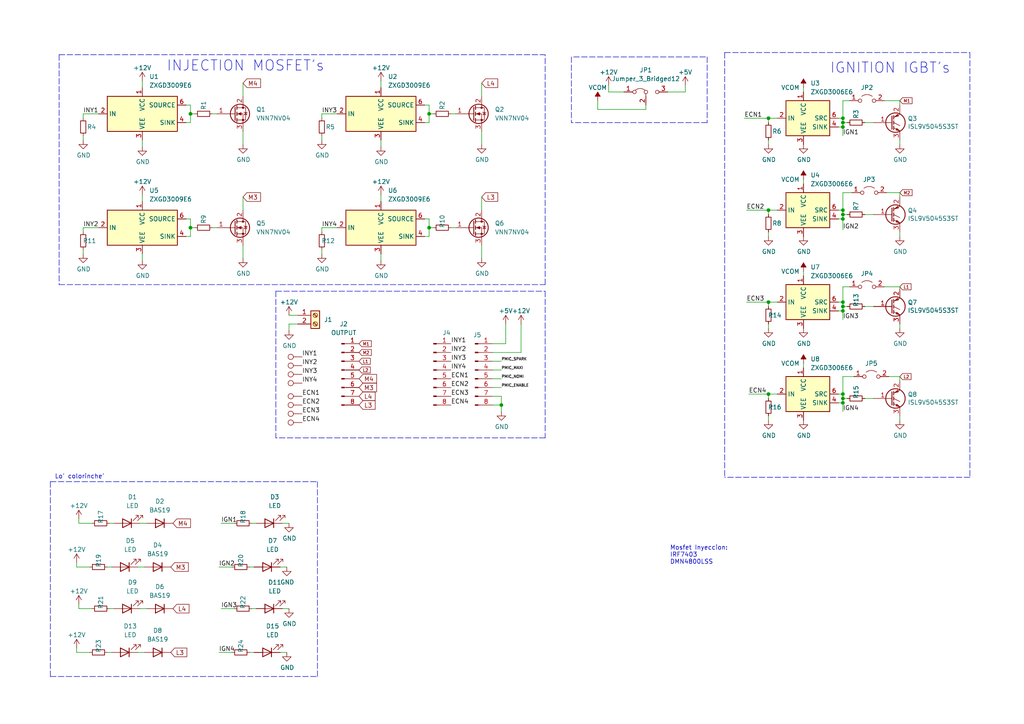
<source format=kicad_sch>
(kicad_sch (version 20211123) (generator eeschema)
  (paper "A4")
  (lib_symbols
    (symbol "Connector:Conn_01x08_Male" (pin_names (offset 1.016) hide)
      (property "Reference" "J" (at 0 10.16 0))
      (property "Value" "Conn_01x08_Male" (at 0 -12.7 0))
      (symbol "Conn_01x08_Male_1_1"
        (pin passive line (at 5.08 7.62 180) (length 3.81) (name "Pin_1") (number "1"))
        (pin passive line (at 5.08 5.08 180) (length 3.81) (name "Pin_2") (number "2"))
        (pin passive line (at 5.08 2.54 180) (length 3.81) (name "Pin_3") (number "3"))
        (pin passive line (at 5.08 0 180) (length 3.81) (name "Pin_4") (number "4"))
        (pin passive line (at 5.08 -2.54 180) (length 3.81) (name "Pin_5") (number "5"))
        (pin passive line (at 5.08 -5.08 180) (length 3.81) (name "Pin_6") (number "6"))
        (pin passive line (at 5.08 -7.62 180) (length 3.81) (name "Pin_7") (number "7"))
        (pin passive line (at 5.08 -10.16 180) (length 3.81) (name "Pin_8") (number "8"))
      )
    )
    (symbol "Connector:Screw_Terminal_01x02" (pin_names (offset 1.016) hide)
      (property "Reference" "J" (at 0 2.54 0))
      (property "Value" "Screw_Terminal_01x02" (at 0 -5.08 0))
      (symbol "Screw_Terminal_01x02_1_1"
        (pin passive line (at -5.08 0 0) (length 3.81) (name "Pin_1") (number "1"))
        (pin passive line (at -5.08 -2.54 0) (length 3.81) (name "Pin_2") (number "2"))
      )
    )
    (symbol "Connector:TestPoint" (pin_numbers hide) (pin_names (offset 0.762) hide)
      (property "Reference" "TP" (at 0 6.858 0))
      (property "Value" "TestPoint" (at 0 5.08 0))
      (symbol "TestPoint_1_1"
        (pin passive line (at 0 0 90) (length 2.54) (name "1") (number "1"))
      )
    )
    (symbol "Device:LED" (pin_numbers hide) (pin_names (offset 1.016) hide)
      (property "Reference" "D" (at 0 2.54 0))
      (property "Value" "LED" (at 0 -2.54 0))
      (symbol "LED_1_1"
        (pin passive line (at -3.81 0 0) (length 2.54) (name "K") (number "1"))
        (pin passive line (at 3.81 0 180) (length 2.54) (name "A") (number "2"))
      )
    )
    (symbol "Device:Q_NIGBT_GCE" (pin_names (offset 0) hide)
      (property "Reference" "Q" (at 5.08 1.27 0))
      (property "Value" "Q_NIGBT_GCE" (at 5.08 -1.27 0))
      (symbol "Q_NIGBT_GCE_1_1"
        (pin input line (at -5.08 0 0) (length 5.334) (name "G") (number "1"))
        (pin passive line (at 2.54 5.08 270) (length 2.54) (name "C") (number "2"))
        (pin passive line (at 2.54 -5.08 90) (length 2.54) (name "E") (number "3"))
      )
    )
    (symbol "Device:R_Small" (pin_numbers hide) (pin_names (offset 0.254) hide)
      (property "Reference" "R" (at 0.762 0.508 0))
      (property "Value" "R_Small" (at 0.762 -1.016 0))
      (symbol "R_Small_1_1"
        (pin passive line (at 0 2.54 270) (length 0.762) (name "~") (number "1"))
        (pin passive line (at 0 -2.54 90) (length 0.762) (name "~") (number "2"))
      )
    )
    (symbol "Diode:BAS19" (pin_numbers hide) (pin_names hide)
      (property "Reference" "D" (at 0 2.54 0))
      (property "Value" "BAS19" (at 0 -2.54 0))
      (symbol "BAS19_1_1"
        (pin passive line (at 3.81 0 180) (length 2.54) (name "A") (number "1"))
        (pin no_connect line (at -1.27 0 0) (length 2.54) hide (name "NC") (number "2"))
        (pin passive line (at -3.81 0 0) (length 2.54) (name "K") (number "3"))
      )
    )
    (symbol "Driver_FET:ZXGD3006E6"
      (property "Reference" "U" (at 2.54 8.89 0))
      (property "Value" "ZXGD3006E6" (at 2.54 6.35 0))
      (symbol "ZXGD3006E6_1_1"
        (pin power_in line (at 0 7.62 270) (length 2.54) (name "VCC") (number "1"))
        (pin input line (at -7.62 0 0) (length 2.54) (name "IN") (number "2"))
        (pin power_in line (at 0 -7.62 90) (length 2.54) (name "VEE") (number "3"))
        (pin open_collector line (at 10.16 -2.54 180) (length 2.54) (name "SINK") (number "4"))
        (pin no_connect line (at 7.62 2.54 180) (length 2.54) hide (name "NC") (number "5"))
        (pin open_emitter line (at 10.16 0 180) (length 2.54) (name "SRC") (number "6"))
      )
    )
    (symbol "Driver_FET:ZXGD3009E6"
      (property "Reference" "U" (at -8.89 6.35 0))
      (property "Value" "ZXGD3009E6" (at 10.16 -7.62 0))
      (symbol "ZXGD3009E6_1_1"
        (pin power_in line (at 0 7.62 270) (length 2.54) (name "VCC") (number "1"))
        (pin input line (at -12.7 0 0) (length 2.54) (name "IN") (number "2"))
        (pin power_in line (at 0 -7.62 90) (length 2.54) (name "VEE") (number "3"))
        (pin open_collector line (at 12.7 -2.54 180) (length 2.54) (name "SINK") (number "4"))
        (pin no_connect line (at 10.16 0 180) (length 2.54) hide (name "NC") (number "5"))
        (pin open_emitter line (at 12.7 2.54 180) (length 2.54) (name "SOURCE") (number "6"))
      )
    )
    (symbol "Jumper:Jumper_2_Open" (pin_names (offset 0) hide)
      (property "Reference" "JP" (at 0 2.794 0))
      (property "Value" "Jumper_2_Open" (at 0 -2.286 0))
      (symbol "Jumper_2_Open_1_1"
        (pin passive line (at -5.08 0 0) (length 2.54) (name "A") (number "1"))
        (pin passive line (at 5.08 0 180) (length 2.54) (name "B") (number "2"))
      )
    )
    (symbol "Jumper:Jumper_3_Bridged12" (pin_names (offset 0) hide)
      (property "Reference" "JP" (at -2.54 -2.54 0))
      (property "Value" "Jumper_3_Bridged12" (at 0 2.794 0))
      (symbol "Jumper_3_Bridged12_1_1"
        (pin passive line (at -6.35 0 0) (length 2.54) (name "A") (number "1"))
        (pin passive line (at 0 -3.81 90) (length 2.54) (name "C") (number "2"))
        (pin passive line (at 6.35 0 180) (length 2.54) (name "B") (number "3"))
      )
    )
    (symbol "Transistor_FET:STD7NK40Z" (pin_names hide)
      (property "Reference" "Q" (at 5.08 1.905 0))
      (property "Value" "STD7NK40Z" (at 5.08 0 0))
      (symbol "STD7NK40Z_1_1"
        (pin passive line (at -5.08 0 0) (length 2.54) (name "G") (number "1"))
        (pin passive line (at 2.54 5.08 270) (length 2.54) (name "D") (number "2"))
        (pin passive line (at 2.54 -5.08 90) (length 2.54) (name "S") (number "3"))
      )
    )
    (symbol "power:+12V" (power) (pin_names (offset 0))
      (property "Value" "+12V" (at 0 3.556 0))
      (symbol "+12V_1_1"
        (pin power_in line (at 0 0 90) (length 0) hide (name "+12V") (number "1"))
      )
    )
    (symbol "power:+5V" (power) (pin_names (offset 0))
      (property "Value" "+5V" (at 0 3.556 0))
      (symbol "+5V_1_1"
        (pin power_in line (at 0 0 90) (length 0) hide (name "+5V") (number "1"))
      )
    )
    (symbol "power:GND" (power) (pin_names (offset 0))
      (property "Value" "GND" (at 0 -3.81 0))
      (symbol "GND_1_1"
        (pin power_in line (at 0 0 270) (length 0) hide (name "GND") (number "1"))
      )
    )
    (symbol "power:VCOM" (power) (pin_names (offset 0))
      (property "Value" "VCOM" (at 0 3.81 0))
      (symbol "VCOM_1_1"
        (pin power_in line (at 0 0 90) (length 0) hide (name "VCOM") (number "1"))
      )
    )
  )
  (junction (at 222.885 34.29))
  (junction (at 55.245 33.02))
  (junction (at 244.475 36.83))
  (junction (at 244.475 60.96))
  (junction (at 244.475 88.9))
  (junction (at 244.475 90.17))
  (junction (at 55.245 66.04))
  (junction (at 222.885 87.63))
  (junction (at 124.46 33.02))
  (junction (at 244.475 87.63))
  (junction (at 244.475 115.57))
  (junction (at 124.46 66.04))
  (junction (at 244.475 35.56))
  (junction (at 244.475 34.29))
  (junction (at 244.475 114.3))
  (junction (at 244.475 116.84))
  (junction (at 222.885 60.96))
  (junction (at 244.475 63.5))
  (junction (at 244.475 62.23))
  (junction (at 222.885 114.3))
  (junction (at 145.415 117.475))
  (wire (pts (xy 222.885 87.63) (xy 225.425 87.63)))
  (wire (pts (xy 244.475 114.3) (xy 243.205 114.3)))
  (wire (pts (xy 243.205 63.5) (xy 244.475 63.5)))
  (polyline (pts (xy 158.115 127) (xy 80.01 127)))
  (polyline (pts (xy 17.145 15.875) (xy 17.145 82.55)))
  (wire (pts (xy 247.65 109.22) (xy 244.475 109.22)))
  (wire (pts (xy 55.245 68.58) (xy 55.245 66.04)))
  (wire (pts (xy 124.46 68.58) (xy 124.46 66.04)))
  (wire (pts (xy 139.7 71.12) (xy 139.7 74.93)))
  (wire (pts (xy 173.355 31.75) (xy 187.325 31.75)))
  (wire (pts (xy 142.875 114.935) (xy 145.415 114.935)))
  (polyline (pts (xy 80.01 84.455) (xy 158.115 84.455)))
  (wire (pts (xy 110.49 40.64) (xy 110.49 42.545)))
  (wire (pts (xy 260.985 109.22) (xy 260.985 110.49)))
  (wire (pts (xy 244.475 55.88) (xy 244.475 60.96)))
  (wire (pts (xy 124.46 35.56) (xy 124.46 33.02)))
  (wire (pts (xy 151.13 93.98) (xy 151.13 102.235)))
  (wire (pts (xy 244.475 36.83) (xy 244.475 35.56)))
  (wire (pts (xy 67.945 176.53) (xy 64.135 176.53)))
  (wire (pts (xy 222.885 67.31) (xy 222.885 68.58)))
  (wire (pts (xy 244.475 109.22) (xy 244.475 114.3)))
  (wire (pts (xy 142.875 104.775) (xy 145.415 104.775)))
  (wire (pts (xy 142.875 109.855) (xy 145.415 109.855)))
  (wire (pts (xy 124.46 30.48) (xy 124.46 33.02)))
  (wire (pts (xy 245.745 115.57) (xy 244.475 115.57)))
  (wire (pts (xy 40.005 164.465) (xy 41.91 164.465)))
  (wire (pts (xy 31.75 176.53) (xy 33.02 176.53)))
  (wire (pts (xy 244.475 88.9) (xy 244.475 87.63)))
  (wire (pts (xy 26.035 164.465) (xy 22.225 164.465)))
  (polyline (pts (xy 165.735 16.51) (xy 165.735 35.56)))
  (wire (pts (xy 142.875 107.315) (xy 145.415 107.315)))
  (polyline (pts (xy 158.115 84.455) (xy 158.115 127)))
  (polyline (pts (xy 14.605 139.7) (xy 92.075 139.7)))
  (wire (pts (xy 22.86 151.765) (xy 22.86 150.495)))
  (wire (pts (xy 142.875 112.395) (xy 145.415 112.395)))
  (wire (pts (xy 260.985 55.88) (xy 260.985 57.15)))
  (wire (pts (xy 244.475 90.17) (xy 244.475 92.71)))
  (wire (pts (xy 260.985 40.64) (xy 260.985 41.91)))
  (wire (pts (xy 83.82 93.98) (xy 86.36 93.98)))
  (wire (pts (xy 41.275 40.64) (xy 41.275 42.545)))
  (wire (pts (xy 93.345 72.39) (xy 93.345 73.66)))
  (wire (pts (xy 250.825 35.56) (xy 253.365 35.56)))
  (wire (pts (xy 67.31 189.23) (xy 63.5 189.23)))
  (wire (pts (xy 53.975 35.56) (xy 55.245 35.56)))
  (wire (pts (xy 260.985 93.98) (xy 260.985 95.25)))
  (wire (pts (xy 124.46 63.5) (xy 124.46 66.04)))
  (polyline (pts (xy 210.185 15.24) (xy 281.305 15.24)))
  (wire (pts (xy 139.7 57.15) (xy 139.7 60.96)))
  (wire (pts (xy 222.885 35.56) (xy 222.885 34.29)))
  (wire (pts (xy 244.475 90.17) (xy 244.475 88.9)))
  (wire (pts (xy 110.49 73.66) (xy 110.49 75.565)))
  (wire (pts (xy 142.875 102.235) (xy 151.13 102.235)))
  (polyline (pts (xy 80.01 84.455) (xy 80.01 127)))
  (wire (pts (xy 81.28 164.465) (xy 83.185 164.465)))
  (wire (pts (xy 22.86 176.53) (xy 22.86 175.26)))
  (wire (pts (xy 173.355 29.21) (xy 173.355 31.75)))
  (wire (pts (xy 55.245 30.48) (xy 55.245 33.02)))
  (polyline (pts (xy 281.305 15.24) (xy 281.305 138.43)))
  (wire (pts (xy 257.81 109.22) (xy 260.985 109.22)))
  (wire (pts (xy 93.345 67.31) (xy 93.345 66.04)))
  (wire (pts (xy 243.205 36.83) (xy 244.475 36.83)))
  (wire (pts (xy 55.245 33.02) (xy 56.515 33.02)))
  (wire (pts (xy 176.53 24.765) (xy 176.53 26.67)))
  (wire (pts (xy 67.945 151.765) (xy 64.135 151.765)))
  (wire (pts (xy 41.275 73.66) (xy 41.275 75.565)))
  (wire (pts (xy 123.19 63.5) (xy 124.46 63.5)))
  (wire (pts (xy 70.485 57.15) (xy 70.485 60.96)))
  (wire (pts (xy 73.025 151.765) (xy 74.295 151.765)))
  (wire (pts (xy 244.475 62.23) (xy 244.475 60.96)))
  (wire (pts (xy 93.345 33.02) (xy 97.79 33.02)))
  (polyline (pts (xy 205.105 35.56) (xy 165.735 35.56)))
  (wire (pts (xy 67.31 164.465) (xy 63.5 164.465)))
  (wire (pts (xy 110.49 23.495) (xy 110.49 25.4)))
  (wire (pts (xy 250.825 62.23) (xy 253.365 62.23)))
  (wire (pts (xy 24.13 33.02) (xy 28.575 33.02)))
  (wire (pts (xy 176.53 26.67) (xy 180.975 26.67)))
  (polyline (pts (xy 210.185 15.24) (xy 210.185 138.43)))
  (polyline (pts (xy 158.115 82.55) (xy 158.115 15.875)))
  (wire (pts (xy 83.82 91.44) (xy 86.36 91.44)))
  (wire (pts (xy 41.275 56.515) (xy 41.275 58.42)))
  (wire (pts (xy 243.205 116.84) (xy 244.475 116.84)))
  (wire (pts (xy 40.64 151.765) (xy 42.545 151.765)))
  (wire (pts (xy 55.245 35.56) (xy 55.245 33.02)))
  (wire (pts (xy 123.19 30.48) (xy 124.46 30.48)))
  (wire (pts (xy 256.54 83.185) (xy 260.985 83.185)))
  (wire (pts (xy 243.205 90.17) (xy 244.475 90.17)))
  (wire (pts (xy 22.225 164.465) (xy 22.225 163.195)))
  (wire (pts (xy 233.045 105.41) (xy 233.045 106.68)))
  (wire (pts (xy 217.17 114.3) (xy 222.885 114.3)))
  (wire (pts (xy 256.54 29.21) (xy 260.985 29.21)))
  (wire (pts (xy 130.81 66.04) (xy 132.08 66.04)))
  (wire (pts (xy 40.005 189.23) (xy 41.91 189.23)))
  (wire (pts (xy 245.745 62.23) (xy 244.475 62.23)))
  (wire (pts (xy 187.325 31.75) (xy 187.325 30.48)))
  (polyline (pts (xy 14.605 196.215) (xy 92.075 196.215)))
  (wire (pts (xy 81.915 176.53) (xy 83.82 176.53)))
  (wire (pts (xy 31.75 151.765) (xy 33.02 151.765)))
  (wire (pts (xy 244.475 34.29) (xy 243.205 34.29)))
  (wire (pts (xy 53.975 63.5) (xy 55.245 63.5)))
  (wire (pts (xy 244.475 35.56) (xy 244.475 34.29)))
  (wire (pts (xy 124.46 33.02) (xy 125.73 33.02)))
  (wire (pts (xy 24.13 66.04) (xy 28.575 66.04)))
  (wire (pts (xy 31.115 189.23) (xy 32.385 189.23)))
  (wire (pts (xy 247.015 55.88) (xy 244.475 55.88)))
  (wire (pts (xy 260.985 29.21) (xy 260.985 30.48)))
  (wire (pts (xy 260.985 67.31) (xy 260.985 68.58)))
  (wire (pts (xy 244.475 36.83) (xy 244.475 39.37)))
  (wire (pts (xy 245.745 35.56) (xy 244.475 35.56)))
  (wire (pts (xy 124.46 66.04) (xy 125.73 66.04)))
  (wire (pts (xy 233.045 52.07) (xy 233.045 53.34)))
  (wire (pts (xy 222.885 115.57) (xy 222.885 114.3)))
  (wire (pts (xy 146.685 99.695) (xy 146.685 93.98)))
  (wire (pts (xy 93.345 66.04) (xy 97.79 66.04)))
  (wire (pts (xy 244.475 63.5) (xy 244.475 62.23)))
  (wire (pts (xy 142.875 99.695) (xy 146.685 99.695)))
  (polyline (pts (xy 92.075 196.215) (xy 92.075 139.7)))
  (wire (pts (xy 244.475 63.5) (xy 244.475 66.675)))
  (wire (pts (xy 246.38 29.21) (xy 244.475 29.21)))
  (wire (pts (xy 110.49 56.515) (xy 110.49 58.42)))
  (wire (pts (xy 222.885 120.65) (xy 222.885 121.92)))
  (wire (pts (xy 72.39 164.465) (xy 73.66 164.465)))
  (wire (pts (xy 139.7 38.1) (xy 139.7 41.91)))
  (wire (pts (xy 222.885 34.29) (xy 225.425 34.29)))
  (wire (pts (xy 40.64 176.53) (xy 42.545 176.53)))
  (wire (pts (xy 250.825 115.57) (xy 253.365 115.57)))
  (wire (pts (xy 123.19 68.58) (xy 124.46 68.58)))
  (wire (pts (xy 26.035 189.23) (xy 22.225 189.23)))
  (wire (pts (xy 257.175 55.88) (xy 260.985 55.88)))
  (wire (pts (xy 245.745 88.9) (xy 244.475 88.9)))
  (polyline (pts (xy 17.145 82.55) (xy 158.115 82.55)))
  (wire (pts (xy 61.595 33.02) (xy 62.865 33.02)))
  (wire (pts (xy 246.38 83.185) (xy 244.475 83.185)))
  (wire (pts (xy 244.475 83.185) (xy 244.475 87.63)))
  (wire (pts (xy 250.825 88.9) (xy 253.365 88.9)))
  (wire (pts (xy 222.885 40.64) (xy 222.885 41.91)))
  (wire (pts (xy 145.415 117.475) (xy 145.415 119.38)))
  (wire (pts (xy 93.345 39.37) (xy 93.345 40.64)))
  (wire (pts (xy 215.9 34.29) (xy 222.885 34.29)))
  (wire (pts (xy 198.755 26.67) (xy 193.675 26.67)))
  (polyline (pts (xy 205.105 16.51) (xy 205.105 35.56)))
  (wire (pts (xy 83.82 95.885) (xy 83.82 93.98)))
  (wire (pts (xy 216.535 87.63) (xy 222.885 87.63)))
  (wire (pts (xy 222.885 93.98) (xy 222.885 95.25)))
  (wire (pts (xy 222.885 114.3) (xy 225.425 114.3)))
  (wire (pts (xy 260.985 120.65) (xy 260.985 121.92)))
  (wire (pts (xy 244.475 115.57) (xy 244.475 114.3)))
  (wire (pts (xy 130.81 33.02) (xy 132.08 33.02)))
  (wire (pts (xy 145.415 114.935) (xy 145.415 117.475)))
  (wire (pts (xy 216.535 60.96) (xy 222.885 60.96)))
  (wire (pts (xy 26.67 151.765) (xy 22.86 151.765)))
  (wire (pts (xy 222.885 62.23) (xy 222.885 60.96)))
  (wire (pts (xy 24.13 34.29) (xy 24.13 33.02)))
  (wire (pts (xy 61.595 66.04) (xy 62.865 66.04)))
  (wire (pts (xy 244.475 29.21) (xy 244.475 34.29)))
  (wire (pts (xy 24.13 72.39) (xy 24.13 73.66)))
  (wire (pts (xy 222.885 88.9) (xy 222.885 87.63)))
  (wire (pts (xy 70.485 71.12) (xy 70.485 74.93)))
  (wire (pts (xy 24.13 67.31) (xy 24.13 66.04)))
  (polyline (pts (xy 281.305 138.43) (xy 210.185 138.43)))
  (wire (pts (xy 72.39 189.23) (xy 73.66 189.23)))
  (wire (pts (xy 139.7 24.13) (xy 139.7 27.94)))
  (wire (pts (xy 244.475 116.84) (xy 244.475 119.38)))
  (polyline (pts (xy 166.37 16.51) (xy 205.105 16.51)))
  (wire (pts (xy 244.475 116.84) (xy 244.475 115.57)))
  (wire (pts (xy 24.13 39.37) (xy 24.13 40.64)))
  (wire (pts (xy 244.475 87.63) (xy 243.205 87.63)))
  (wire (pts (xy 222.885 60.96) (xy 225.425 60.96)))
  (wire (pts (xy 53.975 30.48) (xy 55.245 30.48)))
  (wire (pts (xy 22.225 189.23) (xy 22.225 187.96)))
  (wire (pts (xy 70.485 38.1) (xy 70.485 41.91)))
  (wire (pts (xy 93.345 34.29) (xy 93.345 33.02)))
  (wire (pts (xy 244.475 60.96) (xy 243.205 60.96)))
  (wire (pts (xy 73.025 176.53) (xy 74.295 176.53)))
  (wire (pts (xy 31.115 164.465) (xy 32.385 164.465)))
  (wire (pts (xy 41.275 23.495) (xy 41.275 25.4)))
  (wire (pts (xy 198.755 24.765) (xy 198.755 26.67)))
  (wire (pts (xy 142.875 117.475) (xy 145.415 117.475)))
  (wire (pts (xy 70.485 24.13) (xy 70.485 27.94)))
  (wire (pts (xy 81.915 151.765) (xy 83.82 151.765)))
  (wire (pts (xy 55.245 66.04) (xy 56.515 66.04)))
  (polyline (pts (xy 17.145 15.875) (xy 158.115 15.875)))
  (wire (pts (xy 53.975 68.58) (xy 55.245 68.58)))
  (wire (pts (xy 81.28 189.23) (xy 83.185 189.23)))
  (wire (pts (xy 233.045 25.4) (xy 233.045 26.67)))
  (wire (pts (xy 123.19 35.56) (xy 124.46 35.56)))
  (wire (pts (xy 233.045 78.74) (xy 233.045 80.01)))
  (wire (pts (xy 55.245 63.5) (xy 55.245 66.04)))
  (wire (pts (xy 260.985 83.185) (xy 260.985 83.82)))
  (wire (pts (xy 26.67 176.53) (xy 22.86 176.53)))
  (polyline (pts (xy 14.605 139.7) (xy 14.605 196.215)))
  (text "Lo' colorinche'" (at 15.875 139.065 0) (effects (font (size 1.27 1.27)) (justify left bottom)))
  (text "IGNITION IGBT's" (at 240.665 21.59 0) (effects (font (size 3 3)) (justify left bottom)))
  (text "INJECTION MOSFET's" (at 48.26 20.955 0) (effects (font (size 3 3)) (justify left bottom)))
  (text "Mosfet Inyeccion:\nIRF7403\nDMN4800LSS" (at 194.31 163.83 0) (effects (font (size 1.27 1.27)) (justify left bottom)))
  (label "INY3" (at 93.345 33.02 0))
  (label "INY1" (at 130.81 99.695 0))
  (label "INY4" (at 93.345 66.04 0))
  (label "IGN4" (at 244.475 119.38 0))
  (label "ECN4" (at 87.63 122.555 0))
  (label "INY4" (at 87.63 111.125 0))
  (label "ECN1" (at 130.81 109.855 0))
  (label "INY1" (at 87.63 103.505 0))
  (label "ECN2" (at 87.63 117.475 0))
  (label "ECN1" (at 215.9 34.29 0))
  (label "INY3" (at 87.63 108.585 0))
  (label "IGN3" (at 64.135 176.53 0))
  (label "ECN2" (at 130.81 112.395 0))
  (label "ECN3" (at 87.63 120.015 0))
  (label "IGN1" (at 244.475 39.37 0))
  (label "INY2" (at 24.13 66.04 0))
  (label "PMIC_ENABLE" (at 145.415 112.395 0) (effects (font (size 0.7874 0.7874))))
  (label "ECN2" (at 216.535 60.96 0))
  (label "INY2" (at 87.63 106.045 0))
  (label "ECN4" (at 130.81 117.475 0))
  (label "IGN2" (at 63.5 164.465 0))
  (label "INY2" (at 130.81 102.235 0))
  (label "PMIC_MAXI" (at 145.415 107.315 0) (effects (font (size 0.7874 0.7874))))
  (label "ECN3" (at 130.81 114.935 0))
  (label "INY4" (at 130.81 107.315 0))
  (label "INY3" (at 130.81 104.775 0))
  (label "ECN1" (at 87.63 114.935 0))
  (label "ECN4" (at 217.17 114.3 0))
  (label "PMIC_NOMI" (at 145.415 109.855 0) (effects (font (size 0.7874 0.7874))))
  (label "IGN3" (at 244.475 92.71 0))
  (label "ECN3" (at 216.535 87.63 0))
  (label "IGN4" (at 63.5 189.23 0))
  (label "IGN1" (at 64.135 151.765 0))
  (label "PMIC_SPARK" (at 145.415 104.775 0) (effects (font (size 0.7874 0.7874))))
  (label "INY1" (at 24.13 33.02 0))
  (label "IGN2" (at 244.475 66.675 0))
  (global_label "M4" (shape input) (at 50.165 151.765 0) (property "Intersheet References" "${INTERSHEET_REFS}" (effects hide)))
  (global_label "L2" (shape input) (at 260.985 109.22 0) (effects (font (size 0.889 0.889))) (property "Intersheet References" "${INTERSHEET_REFS}" (effects hide)))
  (global_label "M4" (shape input) (at 104.14 109.855 0) (property "Intersheet References" "${INTERSHEET_REFS}" (effects hide)))
  (global_label "M3" (shape input) (at 104.14 112.395 0) (property "Intersheet References" "${INTERSHEET_REFS}" (effects hide)))
  (global_label "M2" (shape input) (at 260.985 55.88 0) (effects (font (size 0.889 0.889))) (property "Intersheet References" "${INTERSHEET_REFS}" (effects hide)))
  (global_label "L3" (shape input) (at 104.14 117.475 0) (property "Intersheet References" "${INTERSHEET_REFS}" (effects hide)))
  (global_label "M1" (shape input) (at 104.14 99.695 0) (effects (font (size 0.889 0.889))) (property "Intersheet References" "${INTERSHEET_REFS}" (effects hide)))
  (global_label "L4" (shape input) (at 50.165 176.53 0) (property "Intersheet References" "${INTERSHEET_REFS}" (effects hide)))
  (global_label "L3" (shape input) (at 139.7 57.15 0) (property "Intersheet References" "${INTERSHEET_REFS}" (effects hide)))
  (global_label "L3" (shape input) (at 49.53 189.23 0) (property "Intersheet References" "${INTERSHEET_REFS}" (effects hide)))
  (global_label "M3" (shape input) (at 70.485 57.15 0) (property "Intersheet References" "${INTERSHEET_REFS}" (effects hide)))
  (global_label "M1" (shape input) (at 260.985 29.21 0) (effects (font (size 0.889 0.889))) (property "Intersheet References" "${INTERSHEET_REFS}" (effects hide)))
  (global_label "L1" (shape input) (at 104.14 104.775 0) (effects (font (size 0.889 0.889))) (property "Intersheet References" "${INTERSHEET_REFS}" (effects hide)))
  (global_label "M4" (shape input) (at 70.485 24.13 0) (property "Intersheet References" "${INTERSHEET_REFS}" (effects hide)))
  (global_label "M3" (shape input) (at 49.53 164.465 0) (property "Intersheet References" "${INTERSHEET_REFS}" (effects hide)))
  (global_label "L1" (shape input) (at 260.985 83.185 0) (effects (font (size 0.889 0.889))) (property "Intersheet References" "${INTERSHEET_REFS}" (effects hide)))
  (global_label "L4" (shape input) (at 104.14 114.935 0) (property "Intersheet References" "${INTERSHEET_REFS}" (effects hide)))
  (global_label "L4" (shape input) (at 139.7 24.13 0) (property "Intersheet References" "${INTERSHEET_REFS}" (effects hide)))
  (global_label "L2" (shape input) (at 104.14 107.315 0) (effects (font (size 0.889 0.889))) (property "Intersheet References" "${INTERSHEET_REFS}" (effects hide)))
  (global_label "M2" (shape input) (at 104.14 102.235 0) (effects (font (size 0.889 0.889))) (property "Intersheet References" "${INTERSHEET_REFS}" (effects hide)))
  (symbol (lib_id "power:GND") (at 222.885 68.58 0) (unit 1)
    (property "Reference" "#PWR019" (effects hide))
    (property "Value" "GND" (at 223.012 72.9742 0))
  )
  (symbol (lib_id "power:GND") (at 260.985 95.25 0) (unit 1)
    (property "Reference" "#PWR034" (effects hide))
    (property "Value" "GND" (at 261.112 99.6442 0))
  )
  (symbol (lib_id "Transistor_FET:STD7NK40Z") (at 67.945 66.04 0) (unit 1)
    (property "Reference" "Q5" (at 74.295 64.7699 0) (effects (justify left)))
    (property "Value" "VNN7NV04" (at 74.295 67.3099 0) (effects (justify left)))
    (property "Footprint" "Package_TO_SOT_SMD:TO-252-2" (effects hide))
    (property "Datasheet" "https://datasheet.lcsc.com/lcsc/2212301209_STMicroelectronics-VND7NV04-E_C5339302.pdf" (effects hide))
    (property "LCSC" "C155605" (effects hide))
  )
  (symbol (lib_id "Device:LED") (at 78.105 176.53 180) (unit 1)
    (property "Reference" "D11" (at 79.6925 168.91 0))
    (property "Value" "LED" (at 79.6925 171.45 0))
    (property "Footprint" "LED_SMD:LED_0603_1608Metric" (effects hide))
  )
  (symbol (lib_id "Jumper:Jumper_3_Bridged12") (at 187.325 26.67 0) (unit 1)
    (property "Reference" "JP1" (at 187.325 20.32 0))
    (property "Value" "Jumper_3_Bridged12" (at 187.325 22.86 0))
    (property "Footprint" "Connector_PinHeader_2.54mm:PinHeader_1x03_P2.54mm_Vertical" (effects hide))
  )
  (symbol (lib_id "power:+12V") (at 22.86 175.26 0) (unit 1)
    (property "Reference" "#PWR048" (effects hide))
    (property "Value" "+12V" (at 22.86 171.45 0))
  )
  (symbol (lib_id "Connector:TestPoint") (at 87.63 111.125 90) (unit 1)
    (property "Reference" "TP4" (effects hide))
    (property "Value" "TestPoint" (effects hide))
    (property "Footprint" "TestPoint:TestPoint_Pad_1.0x1.0mm" (effects hide))
  )
  (symbol (lib_id "power:GND") (at 83.185 189.23 0) (unit 1)
    (property "Reference" "#PWR051" (effects hide))
    (property "Value" "GND" (at 83.312 193.6242 0))
  )
  (symbol (lib_id "Transistor_FET:STD7NK40Z") (at 137.16 66.04 0) (unit 1)
    (property "Reference" "Q6" (at 143.51 64.7699 0) (effects (justify left)))
    (property "Value" "VNN7NV04" (at 143.51 67.3099 0) (effects (justify left)))
    (property "Footprint" "Package_TO_SOT_SMD:TO-252-2" (effects hide))
    (property "Datasheet" "https://datasheet.lcsc.com/lcsc/2212301209_STMicroelectronics-VND7NV04-E_C5339302.pdf" (effects hide))
    (property "LCSC" "C155605" (effects hide))
  )
  (symbol (lib_id "power:VCOM") (at 233.045 78.74 0) (unit 1)
    (property "Reference" "#PWR028" (effects hide))
    (property "Value" "VCOM" (at 229.235 78.74 0))
  )
  (symbol (lib_id "power:VCOM") (at 233.045 25.4 0) (unit 1)
    (property "Reference" "#PWR05" (effects hide))
    (property "Value" "VCOM" (at 229.235 25.4 0))
  )
  (symbol (lib_id "Driver_FET:ZXGD3006E6") (at 233.045 34.29 0) (unit 1)
    (property "Reference" "U3" (at 235.0644 24.13 0) (effects (justify left)))
    (property "Value" "ZXGD3006E6" (at 235.0644 26.67 0) (effects (justify left)))
    (property "Footprint" "Package_TO_SOT_SMD:SOT-23-6" (effects hide))
    (property "Datasheet" "https://www.diodes.com/assets/Datasheets/ZXGD3006E6.pdf" (effects hide))
  )
  (symbol (lib_id "power:GND") (at 233.045 68.58 0) (unit 1)
    (property "Reference" "#PWR020" (effects hide))
    (property "Value" "GND" (at 233.172 72.9742 0))
  )
  (symbol (lib_id "power:GND") (at 83.82 151.765 0) (unit 1)
    (property "Reference" "#PWR045" (effects hide))
    (property "Value" "GND" (at 83.947 156.1592 0))
  )
  (symbol (lib_id "Jumper:Jumper_2_Open") (at 252.73 109.22 0) (unit 1)
    (property "Reference" "JP5" (at 252.73 105.41 0))
    (property "Value" "Jumper_2_Open" (effects hide))
    (property "Footprint" "Jumper:SolderJumper-2_P1.3mm_Open_RoundedPad1.0x1.5mm" (effects hide))
  )
  (symbol (lib_id "power:GND") (at 233.045 121.92 0) (unit 1)
    (property "Reference" "#PWR042" (effects hide))
    (property "Value" "GND" (at 233.172 126.3142 0))
  )
  (symbol (lib_id "power:VCOM") (at 173.355 29.21 0) (unit 1)
    (property "Reference" "#PWR06" (effects hide))
    (property "Value" "VCOM" (at 173.355 25.4 0))
  )
  (symbol (lib_id "power:GND") (at 93.345 40.64 0) (unit 1)
    (property "Reference" "#PWR08" (effects hide))
    (property "Value" "GND" (at 93.472 45.0342 0))
  )
  (symbol (lib_id "Device:R_Small") (at 69.85 189.23 270) (unit 1)
    (property "Reference" "R24" (at 69.85 185.42 0) (effects (justify left)))
    (property "Value" "680R" (effects hide))
    (property "Footprint" "Resistor_SMD:R_0603_1608Metric" (effects hide))
    (property "LCSC" "C217840" (effects hide))
  )
  (symbol (lib_id "Device:R_Small") (at 29.21 176.53 270) (unit 1)
    (property "Reference" "R21" (at 29.21 172.72 0) (effects (justify left)))
    (property "Value" "680R" (effects hide))
    (property "Footprint" "Resistor_SMD:R_0603_1608Metric" (effects hide))
    (property "LCSC" "C217840" (effects hide))
  )
  (symbol (lib_id "power:VCOM") (at 233.045 105.41 0) (unit 1)
    (property "Reference" "#PWR036" (effects hide))
    (property "Value" "VCOM" (at 229.235 105.41 0))
  )
  (symbol (lib_id "Device:R_Small") (at 222.885 118.11 180) (unit 1)
    (property "Reference" "R16" (at 226.695 118.11 0) (effects (justify left)))
    (property "Value" "100k 1/10W +-1%" (effects hide))
    (property "Footprint" "Resistor_SMD:R_0603_1608Metric" (effects hide))
    (property "LCSC" "C217840" (effects hide))
  )
  (symbol (lib_id "Device:R_Small") (at 222.885 91.44 180) (unit 1)
    (property "Reference" "R14" (at 226.695 91.44 0) (effects (justify left)))
    (property "Value" "100k 1/10W +-1%" (effects hide))
    (property "Footprint" "Resistor_SMD:R_0603_1608Metric" (effects hide))
    (property "LCSC" "C217840" (effects hide))
  )
  (symbol (lib_id "power:GND") (at 222.885 41.91 0) (unit 1)
    (property "Reference" "#PWR011" (effects hide))
    (property "Value" "GND" (at 223.012 46.3042 0))
  )
  (symbol (lib_id "Diode:BAS19") (at 45.72 164.465 180) (unit 1)
    (property "Reference" "D4" (at 45.72 158.115 0))
    (property "Value" "BAS19" (at 45.72 160.655 0))
    (property "Footprint" "Package_TO_SOT_SMD:SOT-23" (effects hide))
    (property "Datasheet" "https://www.diodes.com/assets/Datasheets/Ds12004.pdf" (effects hide))
    (property "LCSC" "C8661" (effects hide))
  )
  (symbol (lib_id "Device:LED") (at 36.83 176.53 180) (unit 1)
    (property "Reference" "D9" (at 38.4175 168.91 0))
    (property "Value" "LED" (at 38.4175 171.45 0))
    (property "Footprint" "LED_SMD:LED_0603_1608Metric" (effects hide))
  )
  (symbol (lib_id "Device:R_Small") (at 248.285 88.9 270) (unit 1)
    (property "Reference" "R13" (at 248.285 85.09 0) (effects (justify left)))
    (property "Value" "22R" (effects hide))
    (property "Footprint" "Resistor_SMD:R_0805_2012Metric" (effects hide))
  )
  (symbol (lib_id "power:+12V") (at 110.49 23.495 0) (unit 1)
    (property "Reference" "#PWR02" (effects hide))
    (property "Value" "+12V" (at 110.49 19.685 0))
  )
  (symbol (lib_id "power:GND") (at 222.885 95.25 0) (unit 1)
    (property "Reference" "#PWR032" (effects hide))
    (property "Value" "GND" (at 223.012 99.6442 0))
  )
  (symbol (lib_id "Driver_FET:ZXGD3006E6") (at 233.045 87.63 0) (unit 1)
    (property "Reference" "U7" (at 235.0644 77.47 0) (effects (justify left)))
    (property "Value" "ZXGD3006E6" (at 235.0644 80.01 0) (effects (justify left)))
    (property "Footprint" "Package_TO_SOT_SMD:SOT-23-6" (effects hide))
    (property "Datasheet" "https://www.diodes.com/assets/Datasheets/ZXGD3006E6.pdf" (effects hide))
  )
  (symbol (lib_id "power:GND") (at 24.13 73.66 0) (unit 1)
    (property "Reference" "#PWR022" (effects hide))
    (property "Value" "GND" (at 24.257 78.0542 0))
  )
  (symbol (lib_id "power:+12V") (at 41.275 23.495 0) (unit 1)
    (property "Reference" "#PWR01" (effects hide))
    (property "Value" "+12V" (at 41.275 19.685 0))
  )
  (symbol (lib_id "Jumper:Jumper_2_Open") (at 252.095 55.88 0) (unit 1)
    (property "Reference" "JP3" (at 252.095 52.07 0))
    (property "Value" "Jumper_2_Open" (effects hide))
    (property "Footprint" "Jumper:SolderJumper-2_P1.3mm_Open_RoundedPad1.0x1.5mm" (effects hide))
  )
  (symbol (lib_id "power:+5V") (at 146.685 93.98 0) (unit 1)
    (property "Reference" "#PWR029" (effects hide))
    (property "Value" "+5V" (at 146.685 90.17 0))
  )
  (symbol (lib_id "power:GND") (at 260.985 41.91 0) (unit 1)
    (property "Reference" "#PWR013" (effects hide))
    (property "Value" "GND" (at 261.112 46.3042 0))
  )
  (symbol (lib_id "power:GND") (at 41.275 75.565 0) (unit 1)
    (property "Reference" "#PWR026" (effects hide))
    (property "Value" "GND" (at 41.402 79.9592 0))
  )
  (symbol (lib_id "Device:R_Small") (at 222.885 64.77 180) (unit 1)
    (property "Reference" "R8" (at 226.695 64.77 0) (effects (justify left)))
    (property "Value" "100k 1/10W +-1%" (effects hide))
    (property "Footprint" "Resistor_SMD:R_0603_1608Metric" (effects hide))
    (property "LCSC" "C217840" (effects hide))
  )
  (symbol (lib_id "power:+12V") (at 22.225 163.195 0) (unit 1)
    (property "Reference" "#PWR046" (effects hide))
    (property "Value" "+12V" (at 22.225 159.385 0))
  )
  (symbol (lib_id "Device:R_Small") (at 248.285 115.57 270) (unit 1)
    (property "Reference" "R15" (at 248.285 111.76 0) (effects (justify left)))
    (property "Value" "22R" (effects hide))
    (property "Footprint" "Resistor_SMD:R_0805_2012Metric" (effects hide))
  )
  (symbol (lib_id "Driver_FET:ZXGD3009E6") (at 110.49 33.02 0) (unit 1)
    (property "Reference" "U2" (at 112.5094 22.225 0) (effects (justify left)))
    (property "Value" "ZXGD3009E6" (at 112.5094 24.765 0) (effects (justify left)))
    (property "Footprint" "Package_TO_SOT_SMD:SOT-23-6" (effects hide))
    (property "Datasheet" "https://www.diodes.com/assets/Datasheets/ZXGD3009E6.pdf" (effects hide))
  )
  (symbol (lib_id "power:+12V") (at 83.82 91.44 0) (unit 1)
    (property "Reference" "#PWR037" (effects hide))
    (property "Value" "+12V" (at 83.82 87.63 0))
  )
  (symbol (lib_id "Device:R_Small") (at 93.345 69.85 180) (unit 1)
    (property "Reference" "R12" (at 97.155 69.85 0) (effects (justify left)))
    (property "Value" "100k 1/10W +-1%" (effects hide))
    (property "Footprint" "Resistor_SMD:R_0603_1608Metric" (effects hide))
    (property "LCSC" "C217840" (effects hide))
  )
  (symbol (lib_id "Device:Q_NIGBT_GCE") (at 258.445 62.23 0) (unit 1)
    (property "Reference" "Q4" (at 263.271 61.0616 0) (effects (justify left)))
    (property "Value" "ISL9V5045S3ST" (at 263.271 63.373 0) (effects (justify left)))
    (property "Footprint" "Package_TO_SOT_SMD:TO-263-2" (effects hide))
  )
  (symbol (lib_id "power:VCOM") (at 233.045 52.07 0) (unit 1)
    (property "Reference" "#PWR016" (effects hide))
    (property "Value" "VCOM" (at 229.235 52.07 0))
  )
  (symbol (lib_id "Device:R_Small") (at 248.285 35.56 270) (unit 1)
    (property "Reference" "R3" (at 248.285 31.75 0) (effects (justify left)))
    (property "Value" "22R" (effects hide))
    (property "Footprint" "Resistor_SMD:R_0805_2012Metric" (effects hide))
  )
  (symbol (lib_id "Driver_FET:ZXGD3006E6") (at 233.045 60.96 0) (unit 1)
    (property "Reference" "U4" (at 235.0644 50.8 0) (effects (justify left)))
    (property "Value" "ZXGD3006E6" (at 235.0644 53.34 0) (effects (justify left)))
    (property "Footprint" "Package_TO_SOT_SMD:SOT-23-6" (effects hide))
    (property "Datasheet" "https://www.diodes.com/assets/Datasheets/ZXGD3006E6.pdf" (effects hide))
  )
  (symbol (lib_id "power:GND") (at 139.7 41.91 0) (unit 1)
    (property "Reference" "#PWR010" (effects hide))
    (property "Value" "GND" (at 139.827 46.3042 0))
  )
  (symbol (lib_id "power:GND") (at 70.485 41.91 0) (unit 1)
    (property "Reference" "#PWR09" (effects hide))
    (property "Value" "GND" (at 70.612 46.3042 0))
  )
  (symbol (lib_id "Driver_FET:ZXGD3009E6") (at 110.49 66.04 0) (unit 1)
    (property "Reference" "U6" (at 112.5094 55.245 0) (effects (justify left)))
    (property "Value" "ZXGD3009E6" (at 112.5094 57.785 0) (effects (justify left)))
    (property "Footprint" "Package_TO_SOT_SMD:SOT-23-6" (effects hide))
    (property "Datasheet" "https://www.diodes.com/assets/Datasheets/ZXGD3009E6.pdf" (effects hide))
  )
  (symbol (lib_id "Device:R_Small") (at 24.13 36.83 180) (unit 1)
    (property "Reference" "R4" (at 27.94 36.83 0) (effects (justify left)))
    (property "Value" "100k 1/10W +-1%" (effects hide))
    (property "Footprint" "Resistor_SMD:R_0603_1608Metric" (effects hide))
    (property "LCSC" "C217840" (effects hide))
  )
  (symbol (lib_id "Connector:TestPoint") (at 87.63 103.505 90) (unit 1)
    (property "Reference" "TP1" (effects hide))
    (property "Value" "TestPoint" (effects hide))
    (property "Footprint" "TestPoint:TestPoint_Pad_1.0x1.0mm" (effects hide))
  )
  (symbol (lib_id "Diode:BAS19") (at 46.355 151.765 180) (unit 1)
    (property "Reference" "D2" (at 46.355 145.415 0))
    (property "Value" "BAS19" (at 46.355 147.955 0))
    (property "Footprint" "Package_TO_SOT_SMD:SOT-23" (effects hide))
    (property "Datasheet" "https://www.diodes.com/assets/Datasheets/Ds12004.pdf" (effects hide))
    (property "LCSC" "C8661" (effects hide))
  )
  (symbol (lib_id "Device:R_Small") (at 24.13 69.85 180) (unit 1)
    (property "Reference" "R11" (at 27.94 69.85 0) (effects (justify left)))
    (property "Value" "100k 1/10W +-1%" (effects hide))
    (property "Footprint" "Resistor_SMD:R_0603_1608Metric" (effects hide))
    (property "LCSC" "C217840" (effects hide))
  )
  (symbol (lib_id "Jumper:Jumper_2_Open") (at 251.46 83.185 0) (unit 1)
    (property "Reference" "JP4" (at 251.46 79.375 0))
    (property "Value" "Jumper_2_Open" (effects hide))
    (property "Footprint" "Jumper:SolderJumper-2_P1.3mm_Open_RoundedPad1.0x1.5mm" (effects hide))
  )
  (symbol (lib_id "Connector:Screw_Terminal_01x02") (at 91.44 91.44 0) (unit 1)
    (property "Reference" "J1" (at 93.98 92.7099 0) (effects (justify left)))
    (property "Value" "Screw_Terminal_01x02" (effects hide))
    (property "Footprint" "TerminalBlock_Dinkle:TerminalBlock_Dinkle_DT-55-B01X-02_P10.00mm" (effects hide))
  )
  (symbol (lib_id "Device:Q_NIGBT_GCE") (at 258.445 115.57 0) (unit 1)
    (property "Reference" "Q8" (at 263.271 114.4016 0) (effects (justify left)))
    (property "Value" "ISL9V5045S3ST" (at 263.271 116.713 0) (effects (justify left)))
    (property "Footprint" "Package_TO_SOT_SMD:TO-263-2" (effects hide))
  )
  (symbol (lib_id "power:GND") (at 110.49 75.565 0) (unit 1)
    (property "Reference" "#PWR027" (effects hide))
    (property "Value" "GND" (at 110.617 79.9592 0))
  )
  (symbol (lib_id "Driver_FET:ZXGD3006E6") (at 233.045 114.3 0) (unit 1)
    (property "Reference" "U8" (at 235.0644 104.14 0) (effects (justify left)))
    (property "Value" "ZXGD3006E6" (at 235.0644 106.68 0) (effects (justify left)))
    (property "Footprint" "Package_TO_SOT_SMD:SOT-23-6" (effects hide))
    (property "Datasheet" "https://www.diodes.com/assets/Datasheets/ZXGD3006E6.pdf" (effects hide))
  )
  (symbol (lib_id "Device:R_Small") (at 128.27 33.02 270) (unit 1)
    (property "Reference" "R2" (at 128.27 29.21 0) (effects (justify left)))
    (property "Value" "22R" (effects hide))
    (property "Footprint" "Resistor_SMD:R_0805_2012Metric" (effects hide))
  )
  (symbol (lib_id "Connector:TestPoint") (at 87.63 106.045 90) (unit 1)
    (property "Reference" "TP2" (effects hide))
    (property "Value" "TestPoint" (effects hide))
    (property "Footprint" "TestPoint:TestPoint_Pad_1.0x1.0mm" (effects hide))
  )
  (symbol (lib_id "Connector:Conn_01x08_Male") (at 99.06 107.315 0) (unit 1)
    (property "Reference" "J2" (at 99.695 93.98 0))
    (property "Value" "OUTPUT" (at 99.695 96.52 0))
    (property "Footprint" "OpenEFI-STM32F_rev3:hipower_8pin" (effects hide))
  )
  (symbol (lib_id "power:GND") (at 70.485 74.93 0) (unit 1)
    (property "Reference" "#PWR024" (effects hide))
    (property "Value" "GND" (at 70.612 79.3242 0))
  )
  (symbol (lib_id "power:GND") (at 93.345 73.66 0) (unit 1)
    (property "Reference" "#PWR023" (effects hide))
    (property "Value" "GND" (at 93.472 78.0542 0))
  )
  (symbol (lib_id "Diode:BAS19") (at 46.355 176.53 180) (unit 1)
    (property "Reference" "D6" (at 46.355 170.18 0))
    (property "Value" "BAS19" (at 46.355 172.72 0))
    (property "Footprint" "Package_TO_SOT_SMD:SOT-23" (effects hide))
    (property "Datasheet" "https://www.diodes.com/assets/Datasheets/Ds12004.pdf" (effects hide))
    (property "LCSC" "C8661" (effects hide))
  )
  (symbol (lib_id "Device:R_Small") (at 59.055 33.02 270) (unit 1)
    (property "Reference" "R1" (at 59.055 29.21 0) (effects (justify left)))
    (property "Value" "22R" (effects hide))
    (property "Footprint" "Resistor_SMD:R_0805_2012Metric" (effects hide))
  )
  (symbol (lib_id "power:+12V") (at 110.49 56.515 0) (unit 1)
    (property "Reference" "#PWR018" (effects hide))
    (property "Value" "+12V" (at 110.49 52.705 0))
  )
  (symbol (lib_id "power:GND") (at 24.13 40.64 0) (unit 1)
    (property "Reference" "#PWR07" (effects hide))
    (property "Value" "GND" (at 24.257 45.0342 0))
  )
  (symbol (lib_id "Device:R_Small") (at 70.485 176.53 270) (unit 1)
    (property "Reference" "R22" (at 70.485 172.72 0) (effects (justify left)))
    (property "Value" "680R" (effects hide))
    (property "Footprint" "Resistor_SMD:R_0603_1608Metric" (effects hide))
    (property "LCSC" "C217840" (effects hide))
  )
  (symbol (lib_id "Device:LED") (at 77.47 189.23 180) (unit 1)
    (property "Reference" "D15" (at 79.0575 181.61 0))
    (property "Value" "LED" (at 79.0575 184.15 0))
    (property "Footprint" "LED_SMD:LED_0603_1608Metric" (effects hide))
  )
  (symbol (lib_id "Device:R_Small") (at 69.85 164.465 270) (unit 1)
    (property "Reference" "R20" (at 69.85 160.655 0) (effects (justify left)))
    (property "Value" "680R" (effects hide))
    (property "Footprint" "Resistor_SMD:R_0603_1608Metric" (effects hide))
    (property "LCSC" "C217840" (effects hide))
  )
  (symbol (lib_id "Device:Q_NIGBT_GCE") (at 258.445 88.9 0) (unit 1)
    (property "Reference" "Q7" (at 263.271 87.7316 0) (effects (justify left)))
    (property "Value" "ISL9V5045S3ST" (at 263.271 90.043 0) (effects (justify left)))
    (property "Footprint" "Package_TO_SOT_SMD:TO-263-2" (effects hide))
  )
  (symbol (lib_id "power:GND") (at 233.045 95.25 0) (unit 1)
    (property "Reference" "#PWR033" (effects hide))
    (property "Value" "GND" (at 233.172 99.6442 0))
  )
  (symbol (lib_id "power:GND") (at 139.7 74.93 0) (unit 1)
    (property "Reference" "#PWR025" (effects hide))
    (property "Value" "GND" (at 139.827 79.3242 0))
  )
  (symbol (lib_id "Device:Q_NIGBT_GCE") (at 258.445 35.56 0) (unit 1)
    (property "Reference" "Q3" (at 263.271 34.3916 0) (effects (justify left)))
    (property "Value" "ISL9V5045S3ST" (at 263.271 36.703 0) (effects (justify left)))
    (property "Footprint" "Package_TO_SOT_SMD:TO-263-2" (effects hide))
  )
  (symbol (lib_id "power:+5V") (at 198.755 24.765 0) (unit 1)
    (property "Reference" "#PWR04" (effects hide))
    (property "Value" "+5V" (at 198.755 20.955 0))
  )
  (symbol (lib_id "Connector:TestPoint") (at 87.63 114.935 90) (unit 1)
    (property "Reference" "TP5" (effects hide))
    (property "Value" "TestPoint" (effects hide))
    (property "Footprint" "TestPoint:TestPoint_Pad_1.0x1.0mm" (effects hide))
  )
  (symbol (lib_id "power:GND") (at 260.985 68.58 0) (unit 1)
    (property "Reference" "#PWR021" (effects hide))
    (property "Value" "GND" (at 261.112 72.9742 0))
  )
  (symbol (lib_id "Device:R_Small") (at 70.485 151.765 270) (unit 1)
    (property "Reference" "R18" (at 70.485 147.955 0) (effects (justify left)))
    (property "Value" "680R" (effects hide))
    (property "Footprint" "Resistor_SMD:R_0603_1608Metric" (effects hide))
    (property "LCSC" "C217840" (effects hide))
  )
  (symbol (lib_id "Device:LED") (at 36.83 151.765 180) (unit 1)
    (property "Reference" "D1" (at 38.4175 144.145 0))
    (property "Value" "LED" (at 38.4175 146.685 0))
    (property "Footprint" "LED_SMD:LED_0603_1608Metric" (effects hide))
  )
  (symbol (lib_id "Driver_FET:ZXGD3009E6") (at 41.275 33.02 0) (unit 1)
    (property "Reference" "U1" (at 43.2944 22.225 0) (effects (justify left)))
    (property "Value" "ZXGD3009E6" (at 43.2944 24.765 0) (effects (justify left)))
    (property "Footprint" "Package_TO_SOT_SMD:SOT-23-6" (effects hide))
    (property "Datasheet" "https://www.diodes.com/assets/Datasheets/ZXGD3009E6.pdf" (effects hide))
  )
  (symbol (lib_id "power:GND") (at 41.275 42.545 0) (unit 1)
    (property "Reference" "#PWR014" (effects hide))
    (property "Value" "GND" (at 41.402 46.9392 0))
  )
  (symbol (lib_id "power:GND") (at 83.185 164.465 0) (unit 1)
    (property "Reference" "#PWR047" (effects hide))
    (property "Value" "GND" (at 83.312 168.8592 0))
  )
  (symbol (lib_id "Driver_FET:ZXGD3009E6") (at 41.275 66.04 0) (unit 1)
    (property "Reference" "U5" (at 43.2944 55.245 0) (effects (justify left)))
    (property "Value" "ZXGD3009E6" (at 43.2944 57.785 0) (effects (justify left)))
    (property "Footprint" "Package_TO_SOT_SMD:SOT-23-6" (effects hide))
    (property "Datasheet" "https://www.diodes.com/assets/Datasheets/ZXGD3009E6.pdf" (effects hide))
  )
  (symbol (lib_id "power:+12V") (at 22.86 150.495 0) (unit 1)
    (property "Reference" "#PWR044" (effects hide))
    (property "Value" "+12V" (at 22.86 146.685 0))
  )
  (symbol (lib_id "power:GND") (at 110.49 42.545 0) (unit 1)
    (property "Reference" "#PWR015" (effects hide))
    (property "Value" "GND" (at 110.617 46.9392 0))
  )
  (symbol (lib_id "Connector:Conn_01x08_Male") (at 125.73 107.315 0) (unit 1)
    (property "Reference" "J4" (at 129.54 96.52 0))
    (property "Value" "Conn_01x08_Male" (effects hide))
    (property "Footprint" "Connector_PinHeader_1.00mm:PinHeader_1x08_P1.00mm_Vertical" (effects hide))
  )
  (symbol (lib_id "Device:R_Small") (at 248.285 62.23 270) (unit 1)
    (property "Reference" "R7" (at 248.285 58.42 0) (effects (justify left)))
    (property "Value" "22R" (effects hide))
    (property "Footprint" "Resistor_SMD:R_0805_2012Metric" (effects hide))
  )
  (symbol (lib_id "Device:R_Small") (at 59.055 66.04 270) (unit 1)
    (property "Reference" "R9" (at 59.055 62.23 0) (effects (justify left)))
    (property "Value" "22R" (effects hide))
    (property "Footprint" "Resistor_SMD:R_0805_2012Metric" (effects hide))
  )
  (symbol (lib_id "Device:R_Small") (at 28.575 189.23 270) (unit 1)
    (property "Reference" "R23" (at 28.575 185.42 0) (effects (justify left)))
    (property "Value" "680R" (effects hide))
    (property "Footprint" "Resistor_SMD:R_0603_1608Metric" (effects hide))
    (property "LCSC" "C217840" (effects hide))
  )
  (symbol (lib_id "Jumper:Jumper_2_Open") (at 251.46 29.21 0) (unit 1)
    (property "Reference" "JP2" (at 251.46 25.4 0))
    (property "Value" "Jumper_2_Open" (effects hide))
    (property "Footprint" "Jumper:SolderJumper-2_P1.3mm_Open_RoundedPad1.0x1.5mm" (effects hide))
  )
  (symbol (lib_id "power:GND") (at 145.415 119.38 0) (unit 1)
    (property "Reference" "#PWR040" (effects hide))
    (property "Value" "GND" (at 145.542 123.7742 0))
  )
  (symbol (lib_id "power:+12V") (at 22.225 187.96 0) (unit 1)
    (property "Reference" "#PWR050" (effects hide))
    (property "Value" "+12V" (at 22.225 184.15 0))
  )
  (symbol (lib_id "power:GND") (at 83.82 176.53 0) (unit 1)
    (property "Reference" "#PWR049" (effects hide))
    (property "Value" "GND" (at 83.947 180.9242 0))
  )
  (symbol (lib_id "power:GND") (at 260.985 121.92 0) (unit 1)
    (property "Reference" "#PWR043" (effects hide))
    (property "Value" "GND" (at 261.112 126.3142 0))
  )
  (symbol (lib_id "Connector:TestPoint") (at 87.63 117.475 90) (unit 1)
    (property "Reference" "TP6" (effects hide))
    (property "Value" "TestPoint" (effects hide))
    (property "Footprint" "TestPoint:TestPoint_Pad_1.0x1.0mm" (effects hide))
  )
  (symbol (lib_id "Device:LED") (at 36.195 164.465 180) (unit 1)
    (property "Reference" "D5" (at 37.7825 156.845 0))
    (property "Value" "LED" (at 37.7825 159.385 0))
    (property "Footprint" "LED_SMD:LED_0603_1608Metric" (effects hide))
  )
  (symbol (lib_id "Device:R_Small") (at 128.27 66.04 270) (unit 1)
    (property "Reference" "R10" (at 128.27 62.23 0) (effects (justify left)))
    (property "Value" "22R" (effects hide))
    (property "Footprint" "Resistor_SMD:R_0805_2012Metric" (effects hide))
  )
  (symbol (lib_id "Device:LED") (at 78.105 151.765 180) (unit 1)
    (property "Reference" "D3" (at 79.6925 144.145 0))
    (property "Value" "LED" (at 79.6925 146.685 0))
    (property "Footprint" "LED_SMD:LED_0603_1608Metric" (effects hide))
  )
  (symbol (lib_id "Device:LED") (at 36.195 189.23 180) (unit 1)
    (property "Reference" "D13" (at 37.7825 181.61 0))
    (property "Value" "LED" (at 37.7825 184.15 0))
    (property "Footprint" "LED_SMD:LED_0603_1608Metric" (effects hide))
  )
  (symbol (lib_id "Device:R_Small") (at 93.345 36.83 180) (unit 1)
    (property "Reference" "R5" (at 97.155 36.83 0) (effects (justify left)))
    (property "Value" "100k 1/10W +-1%" (effects hide))
    (property "Footprint" "Resistor_SMD:R_0603_1608Metric" (effects hide))
    (property "LCSC" "C217840" (effects hide))
  )
  (symbol (lib_id "power:+12V") (at 41.275 56.515 0) (unit 1)
    (property "Reference" "#PWR017" (effects hide))
    (property "Value" "+12V" (at 41.275 52.705 0))
  )
  (symbol (lib_id "Connector:TestPoint") (at 87.63 122.555 90) (unit 1)
    (property "Reference" "TP8" (effects hide))
    (property "Value" "TestPoint" (effects hide))
    (property "Footprint" "TestPoint:TestPoint_Pad_1.0x1.0mm" (effects hide))
  )
  (symbol (lib_id "Device:R_Small") (at 29.21 151.765 270) (unit 1)
    (property "Reference" "R17" (at 29.21 147.955 0) (effects (justify left)))
    (property "Value" "680R" (effects hide))
    (property "Footprint" "Resistor_SMD:R_0603_1608Metric" (effects hide))
    (property "LCSC" "C217840" (effects hide))
  )
  (symbol (lib_id "power:+12V") (at 176.53 24.765 0) (unit 1)
    (property "Reference" "#PWR03" (effects hide))
    (property "Value" "+12V" (at 176.53 20.955 0))
  )
  (symbol (lib_id "Device:LED") (at 77.47 164.465 180) (unit 1)
    (property "Reference" "D7" (at 79.0575 156.845 0))
    (property "Value" "LED" (at 79.0575 159.385 0))
    (property "Footprint" "LED_SMD:LED_0603_1608Metric" (effects hide))
  )
  (symbol (lib_id "Device:R_Small") (at 28.575 164.465 270) (unit 1)
    (property "Reference" "R19" (at 28.575 160.655 0) (effects (justify left)))
    (property "Value" "680R" (effects hide))
    (property "Footprint" "Resistor_SMD:R_0603_1608Metric" (effects hide))
    (property "LCSC" "C217840" (effects hide))
  )
  (symbol (lib_id "Transistor_FET:STD7NK40Z") (at 137.16 33.02 0) (unit 1)
    (property "Reference" "Q2" (at 143.51 31.7499 0) (effects (justify left)))
    (property "Value" "VNN7NV04" (at 143.51 34.2899 0) (effects (justify left)))
    (property "Footprint" "Package_TO_SOT_SMD:TO-252-2" (effects hide))
    (property "Datasheet" "https://datasheet.lcsc.com/lcsc/2212301209_STMicroelectronics-VND7NV04-E_C5339302.pdf" (effects hide))
    (property "LCSC" "C155605" (effects hide))
  )
  (symbol (lib_id "Device:R_Small") (at 222.885 38.1 180) (unit 1)
    (property "Reference" "R6" (at 226.695 38.1 0) (effects (justify left)))
    (property "Value" "100k 1/10W +-1%" (effects hide))
    (property "Footprint" "Resistor_SMD:R_0603_1608Metric" (effects hide))
    (property "LCSC" "C217840" (effects hide))
  )
  (symbol (lib_id "power:GND") (at 233.045 41.91 0) (unit 1)
    (property "Reference" "#PWR012" (effects hide))
    (property "Value" "GND" (at 233.172 46.3042 0))
  )
  (symbol (lib_id "power:GND") (at 83.82 95.885 0) (unit 1)
    (property "Reference" "#PWR038" (effects hide))
    (property "Value" "GND" (at 83.947 100.2792 0))
  )
  (symbol (lib_id "power:+12V") (at 151.13 93.98 0) (unit 1)
    (property "Reference" "#PWR030" (effects hide))
    (property "Value" "+12V" (at 151.13 90.17 0))
  )
  (symbol (lib_id "Transistor_FET:STD7NK40Z") (at 67.945 33.02 0) (unit 1)
    (property "Reference" "Q1" (at 74.295 31.7499 0) (effects (justify left)))
    (property "Value" "VNN7NV04" (at 74.295 34.2899 0) (effects (justify left)))
    (property "Footprint" "Package_TO_SOT_SMD:TO-252-2" (effects hide))
    (property "Datasheet" "https://datasheet.lcsc.com/lcsc/2212301209_STMicroelectronics-VND7NV04-E_C5339302.pdf" (effects hide))
    (property "LCSC" "C155605" (effects hide))
  )
  (symbol (lib_id "Connector:TestPoint") (at 87.63 120.015 90) (unit 1)
    (property "Reference" "TP7" (effects hide))
    (property "Value" "TestPoint" (effects hide))
    (property "Footprint" "TestPoint:TestPoint_Pad_1.0x1.0mm" (effects hide))
  )
  (symbol (lib_id "Connector:Conn_01x08_Male") (at 137.795 107.315 0) (unit 1)
    (property "Reference" "J5" (at 138.43 97.155 0))
    (property "Value" "Conn_01x08_Male" (effects hide))
    (property "Footprint" "Connector_PinHeader_1.00mm:PinHeader_1x08_P1.00mm_Vertical" (effects hide))
  )
  (symbol (lib_id "Diode:BAS19") (at 45.72 189.23 180) (unit 1)
    (property "Reference" "D8" (at 45.72 182.88 0))
    (property "Value" "BAS19" (at 45.72 185.42 0))
    (property "Footprint" "Package_TO_SOT_SMD:SOT-23" (effects hide))
    (property "Datasheet" "https://www.diodes.com/assets/Datasheets/Ds12004.pdf" (effects hide))
    (property "LCSC" "C8661" (effects hide))
  )
  (symbol (lib_id "power:GND") (at 222.885 121.92 0) (unit 1)
    (property "Reference" "#PWR041" (effects hide))
    (property "Value" "GND" (at 223.012 126.3142 0))
  )
  (symbol (lib_id "Connector:TestPoint") (at 87.63 108.585 90) (unit 1)
    (property "Reference" "TP3" (effects hide))
    (property "Value" "TestPoint" (effects hide))
    (property "Footprint" "TestPoint:TestPoint_Pad_1.0x1.0mm" (effects hide))
  )
)
</source>
